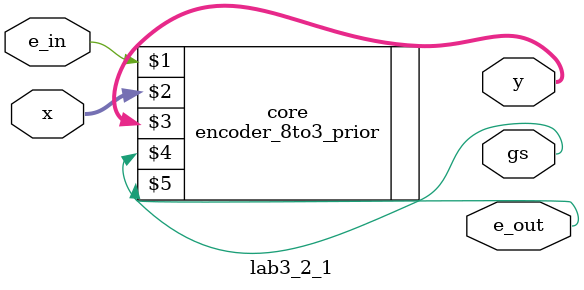
<source format=v>
`timescale 1ns / 1ps


module lab3_2_1(
    input [7:0] x,
    output [2:0] y,
    input e_in,
    output e_out,
    output gs
    );
    
    encoder_8to3_prior core(e_in, x, y, gs, e_out);
endmodule

</source>
